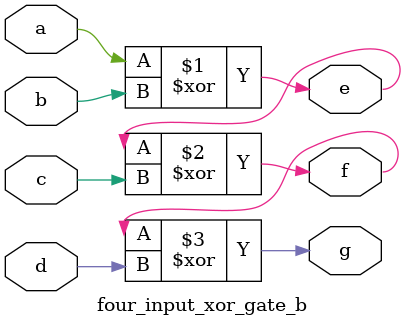
<source format=v>
`timescale 1ns / 1ps

//////////////////////////////////////////////////////////////////////////////////


module four_input_xor_gate_b(
input a,
input b,
input c,
input d,
output e,
output f,
output g
    );
    assign e=(a^b);
    assign f=(e^c);
    assign g=(f^d);
    
endmodule

</source>
